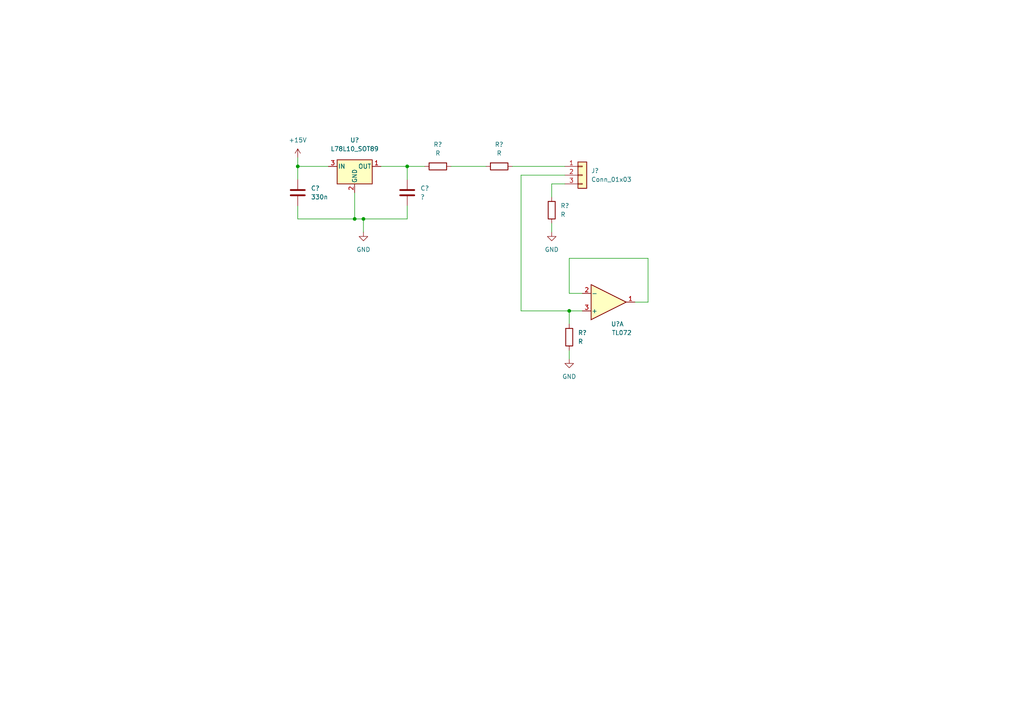
<source format=kicad_sch>
(kicad_sch (version 20211123) (generator eeschema)
  (paper "A4")
  (lib_symbols
    (symbol "Amplifier_Operational:TL072" (pin_names (offset 0.127))
      (property "Reference" "U" (at 0 5.08 0))
      (property "Value" "TL072" (at 0 -5.08 0))
      (symbol "TL072_1_1"
        (polyline (pts (xy -5.08 5.08) (xy 5.08 0) (xy -5.08 -5.08) (xy -5.08 5.08)) (stroke (width 0.254)) (fill (type background)))
        (pin output line (at 7.62 0 180) (length 2.54) (name "~") (number "1"))
        (pin input line (at -7.62 -2.54 0) (length 2.54) (name "-") (number "2"))
        (pin input line (at -7.62 2.54 0) (length 2.54) (name "+") (number "3"))
      )
      (symbol "TL072_2_1"
        (polyline (pts (xy -5.08 5.08) (xy 5.08 0) (xy -5.08 -5.08) (xy -5.08 5.08)) (stroke (width 0.254)) (fill (type background)))
        (pin input line (at -7.62 2.54 0) (length 2.54) (name "+") (number "5"))
        (pin input line (at -7.62 -2.54 0) (length 2.54) (name "-") (number "6"))
        (pin output line (at 7.62 0 180) (length 2.54) (name "~") (number "7"))
      )
      (symbol "TL072_3_1"
        (pin power_in line (at -2.54 -7.62 90) (length 3.81) (name "V-") (number "4"))
        (pin power_in line (at -2.54 7.62 270) (length 3.81) (name "V+") (number "8"))
      )
    )
    (symbol "Connector_Generic:Conn_01x03" (pin_names (offset 1.016) hide)
      (property "Reference" "J" (at 0 5.08 0))
      (property "Value" "Conn_01x03" (at 0 -5.08 0))
      (symbol "Conn_01x03_1_1"
        (rectangle (start -1.27 -2.413) (end 0 -2.667) (stroke (width 0.1524)))
        (rectangle (start -1.27 0.127) (end 0 -0.127) (stroke (width 0.1524)))
        (rectangle (start -1.27 2.667) (end 0 2.413) (stroke (width 0.1524)))
        (rectangle (start -1.27 3.81) (end 1.27 -3.81) (stroke (width 0.254)) (fill (type background)))
        (pin passive line (at -5.08 2.54 0) (length 3.81) (name "Pin_1") (number "1"))
        (pin passive line (at -5.08 0 0) (length 3.81) (name "Pin_2") (number "2"))
        (pin passive line (at -5.08 -2.54 0) (length 3.81) (name "Pin_3") (number "3"))
      )
    )
    (symbol "Device:C" (pin_numbers hide) (pin_names (offset 0.254))
      (property "Reference" "C" (at 0.635 2.54 0))
      (property "Value" "C" (at 0.635 -2.54 0))
      (symbol "C_0_1"
        (polyline (pts (xy -2.032 -0.762) (xy 2.032 -0.762)) (stroke (width 0.508)))
        (polyline (pts (xy -2.032 0.762) (xy 2.032 0.762)) (stroke (width 0.508)))
      )
      (symbol "C_1_1"
        (pin passive line (at 0 3.81 270) (length 2.794) (name "~") (number "1"))
        (pin passive line (at 0 -3.81 90) (length 2.794) (name "~") (number "2"))
      )
    )
    (symbol "Device:R" (pin_numbers hide) (pin_names (offset 0))
      (property "Reference" "R" (at 2.032 0 90))
      (property "Value" "R" (at 0 0 90))
      (symbol "R_0_1"
        (rectangle (start -1.016 -2.54) (end 1.016 2.54) (stroke (width 0.254)))
      )
      (symbol "R_1_1"
        (pin passive line (at 0 3.81 270) (length 1.27) (name "~") (number "1"))
        (pin passive line (at 0 -3.81 90) (length 1.27) (name "~") (number "2"))
      )
    )
    (symbol "Regulator_Linear:L78L10_SOT89" (pin_names (offset 0.254))
      (property "Reference" "U" (at -3.81 3.175 0))
      (property "Value" "L78L10_SOT89" (at -0.635 3.175 0))
      (symbol "L78L10_SOT89_0_1"
        (rectangle (start -5.08 1.905) (end 5.08 -5.08) (stroke (width 0.254)) (fill (type background)))
      )
      (symbol "L78L10_SOT89_1_1"
        (pin power_out line (at 7.62 0 180) (length 2.54) (name "OUT") (number "1"))
        (pin power_in line (at 0 -7.62 90) (length 2.54) (name "GND") (number "2"))
        (pin power_in line (at -7.62 0 0) (length 2.54) (name "IN") (number "3"))
      )
    )
    (symbol "power:+15V" (power) (pin_names (offset 0))
      (property "Value" "+15V" (at 0 3.556 0))
      (symbol "+15V_0_1"
        (polyline (pts (xy -0.762 1.27) (xy 0 2.54)))
        (polyline (pts (xy 0 0) (xy 0 2.54)))
        (polyline (pts (xy 0 2.54) (xy 0.762 1.27)))
      )
      (symbol "+15V_1_1"
        (pin power_in line (at 0 0 90) (length 0) hide (name "+15V") (number "1"))
      )
    )
    (symbol "power:GND" (power) (pin_names (offset 0))
      (property "Value" "GND" (at 0 -3.81 0))
      (symbol "GND_0_1"
        (polyline (pts (xy 0 0) (xy 0 -1.27) (xy 1.27 -1.27) (xy 0 -2.54) (xy -1.27 -1.27) (xy 0 -1.27)))
      )
      (symbol "GND_1_1"
        (pin power_in line (at 0 0 270) (length 0) hide (name "GND") (number "1"))
      )
    )
  )
  (junction (at 102.87 63.5))
  (junction (at 86.36 48.26))
  (junction (at 118.11 48.26))
  (junction (at 105.41 63.5))
  (junction (at 165.1 90.17))
  (wire (pts (xy 151.13 50.8) (xy 151.13 90.17)))
  (wire (pts (xy 95.25 48.26) (xy 86.36 48.26)))
  (wire (pts (xy 86.36 63.5) (xy 102.87 63.5)))
  (wire (pts (xy 168.91 85.09) (xy 165.1 85.09)))
  (wire (pts (xy 148.59 48.26) (xy 163.83 48.26)))
  (wire (pts (xy 165.1 74.93) (xy 187.96 74.93)))
  (wire (pts (xy 163.83 50.8) (xy 151.13 50.8)))
  (wire (pts (xy 160.02 53.34) (xy 163.83 53.34)))
  (wire (pts (xy 165.1 101.6) (xy 165.1 104.14)))
  (wire (pts (xy 86.36 45.72) (xy 86.36 48.26)))
  (wire (pts (xy 118.11 63.5) (xy 118.11 59.69)))
  (wire (pts (xy 86.36 59.69) (xy 86.36 63.5)))
  (wire (pts (xy 105.41 63.5) (xy 105.41 67.31)))
  (wire (pts (xy 130.81 48.26) (xy 140.97 48.26)))
  (wire (pts (xy 165.1 85.09) (xy 165.1 74.93)))
  (wire (pts (xy 187.96 87.63) (xy 184.15 87.63)))
  (wire (pts (xy 160.02 64.77) (xy 160.02 67.31)))
  (wire (pts (xy 118.11 48.26) (xy 110.49 48.26)))
  (wire (pts (xy 102.87 55.88) (xy 102.87 63.5)))
  (wire (pts (xy 105.41 63.5) (xy 118.11 63.5)))
  (wire (pts (xy 102.87 63.5) (xy 105.41 63.5)))
  (wire (pts (xy 118.11 52.07) (xy 118.11 48.26)))
  (wire (pts (xy 165.1 90.17) (xy 168.91 90.17)))
  (wire (pts (xy 187.96 74.93) (xy 187.96 87.63)))
  (wire (pts (xy 118.11 48.26) (xy 123.19 48.26)))
  (wire (pts (xy 86.36 48.26) (xy 86.36 52.07)))
  (wire (pts (xy 151.13 90.17) (xy 165.1 90.17)))
  (wire (pts (xy 160.02 57.15) (xy 160.02 53.34)))
  (wire (pts (xy 165.1 93.98) (xy 165.1 90.17)))
  (symbol (lib_id "Device:R") (at 160.02 60.96 0) (unit 1)
    (property "Reference" "R?" (at 162.56 59.6899 0) (effects (justify left)))
    (property "Value" "R" (at 162.56 62.2299 0) (effects (justify left)))
  )
  (symbol (lib_id "Device:C") (at 86.36 55.88 0) (unit 1)
    (property "Reference" "C?" (at 90.17 54.6099 0) (effects (justify left)))
    (property "Value" "330n" (at 90.17 57.1499 0) (effects (justify left)))
  )
  (symbol (lib_id "power:GND") (at 105.41 67.31 0) (unit 1)
    (property "Reference" "#PWR?" (effects hide))
    (property "Value" "GND" (at 105.41 72.39 0))
  )
  (symbol (lib_id "Device:R") (at 127 48.26 90) (unit 1)
    (property "Reference" "R?" (at 127 41.91 90))
    (property "Value" "R" (at 127 44.45 90))
  )
  (symbol (lib_id "Connector_Generic:Conn_01x03") (at 168.91 50.8 0) (unit 1)
    (property "Reference" "J?" (at 171.45 49.5299 0) (effects (justify left)))
    (property "Value" "Conn_01x03" (at 171.45 52.0699 0) (effects (justify left)))
  )
  (symbol (lib_id "Device:R") (at 165.1 97.79 0) (unit 1)
    (property "Reference" "R?" (at 167.64 96.5199 0) (effects (justify left)))
    (property "Value" "R" (at 167.64 99.0599 0) (effects (justify left)))
  )
  (symbol (lib_id "Device:C") (at 118.11 55.88 0) (unit 1)
    (property "Reference" "C?" (at 121.92 54.6099 0) (effects (justify left)))
    (property "Value" "?" (at 121.92 57.1499 0) (effects (justify left)))
  )
  (symbol (lib_id "power:GND") (at 165.1 104.14 0) (unit 1)
    (property "Reference" "#PWR?" (effects hide))
    (property "Value" "GND" (at 165.1 109.22 0))
  )
  (symbol (lib_id "Amplifier_Operational:TL072") (at 176.53 87.63 0) (mirror x) (unit 1)
    (property "Reference" "U?" (at 179.07 93.98 0))
    (property "Value" "TL072" (at 180.34 96.52 0))
    (property "Datasheet" "http://www.ti.com/lit/ds/symlink/tl071.pdf" (effects hide))
  )
  (symbol (lib_id "power:GND") (at 160.02 67.31 0) (unit 1)
    (property "Reference" "#PWR?" (effects hide))
    (property "Value" "GND" (at 160.02 72.39 0))
  )
  (symbol (lib_id "Device:R") (at 144.78 48.26 90) (unit 1)
    (property "Reference" "R?" (at 144.78 41.91 90))
    (property "Value" "R" (at 144.78 44.45 90))
  )
  (symbol (lib_id "power:+15V") (at 86.36 45.72 0) (unit 1)
    (property "Reference" "#PWR?" (effects hide))
    (property "Value" "+15V" (at 86.36 40.64 0))
  )
  (symbol (lib_id "Regulator_Linear:L78L10_SOT89") (at 102.87 48.26 0) (unit 1)
    (property "Reference" "U?" (at 102.87 40.64 0))
    (property "Value" "L78L10_SOT89" (at 102.87 43.18 0))
    (property "Footprint" "Package_TO_SOT_SMD:SOT-89-3" (effects hide))
    (property "Datasheet" "http://www.st.com/content/ccc/resource/technical/document/datasheet/15/55/e5/aa/23/5b/43/fd/CD00000446.pdf/files/CD00000446.pdf/jcr:content/translations/en.CD00000446.pdf" (effects hide))
  )
)
</source>
